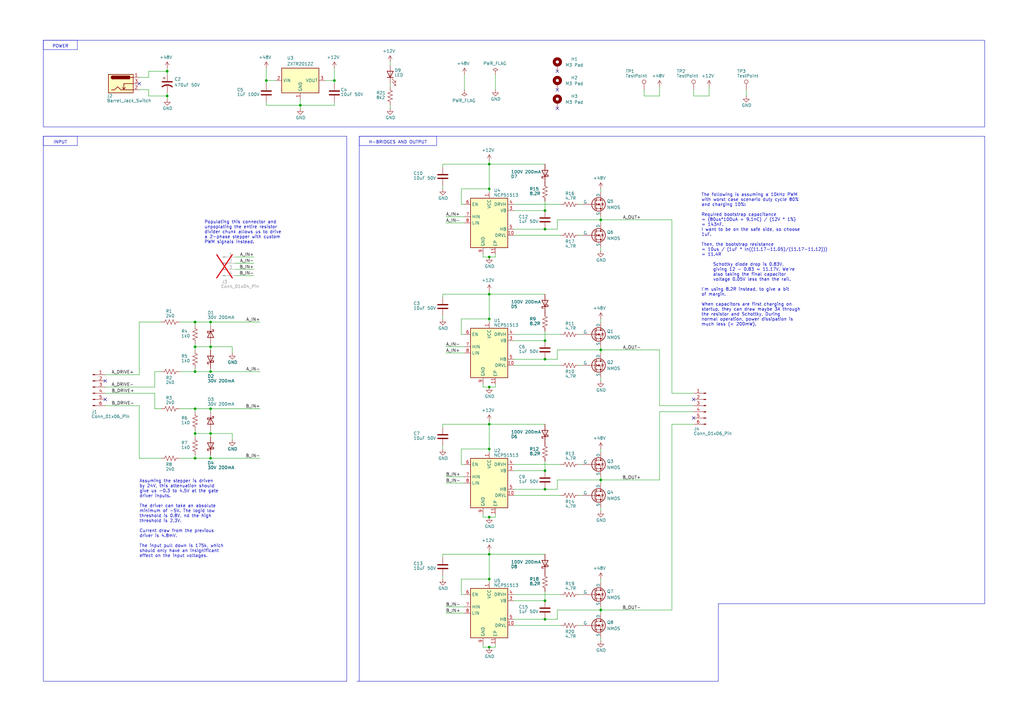
<source format=kicad_sch>
(kicad_sch (version 20250114) (generator "eeschema") (generator_version "9.0")
  (paper "A3")
  (rectangle (start 17.78 55.88) (end 142.24 279.4))
  (rectangle (start 17.78 16.51) (end 403.86 52.07))
  (rectangle (start 17.78 55.88) (end 31.75 59.69))
  (rectangle (start 147.32 55.88) (end 179.07 59.69))
  (rectangle (start 17.78 16.51) (end 31.75 20.32))
  (text "H-BRIDGES AND OUTPUT" (at 163.195 58.42 0) (effects (font (size 1.27 1.27))))
  (text "The following is assuming a 10kHz PWM\nwith worst case scenario duty cycle 80%\nand charging 10%:\n\nRequired bootstrap capacitance \n= (80us*100uA + 9.1nC) / (12V * 1%)\n= 143nF.\nI want to be on the safe side, so choose \n1uF.\n\nThen, the bootstrap resistance\n= 10us / (1uF * ln((11.17-11.05)/(11.17-11.12)))\n= 11.4R\n\n	Schottky diode drop is 0.83V, \n	giving 12 - 0.83 = 11.17V. We're \n	also taking the final capacitor\n	voltage 0.05V less than the rail.\n\nI'm using 8.2R instead, to give a bit \nof margin.\n\nWhen capacitors are first charging on\nstartup, they can draw maybe 3A through\nthe resistor and Schottky. During \nnormal operation, power dissipation is\nmuch less (< 200mW).\n\n\n" (at 287.655 108.585 0) (effects (font (size 1.27 1.27)) (justify left)))
  (text "INPUT" (at 24.765 58.42 0) (effects (font (size 1.27 1.27))))
  (text "Assuming the stepper is driven \nby 24V, this attenuation should \ngive us -0.3 to 4.5V at the gate \ndriver inputs.\n\nThe driver can take an absolute \nminimum of -5V. The logid low \nthreshold is 0.8V, nd the high \nthreshold is 2.3V.\n\nCurrent draw from the previous \ndriver is 4.8mV.\n\nThe input pull down is 175k, which \nshould only have an insignificant \neffect on the input voltages." (at 57.15 212.725 0) (effects (font (size 1.27 1.27)) (justify left)))
  (text "POWER" (at 24.765 19.05 0) (effects (font (size 1.27 1.27))))
  (text "Populating this connector and \nunpoplating the entire resistor\ndivider chunk allows us to drive \na 2-phase stepper with custom\nPWM signals instead." (at 83.82 95.25 0) (effects (font (size 1.27 1.27)) (justify left)))
  (junction (at 86.36 187.96))
  (junction (at 200.66 130.81))
  (junction (at 223.52 139.7))
  (junction (at 137.16 33.02))
  (junction (at 246.38 250.19))
  (junction (at 200.66 265.43))
  (junction (at 86.36 142.24))
  (junction (at 223.52 93.98))
  (junction (at 86.36 132.08))
  (junction (at 123.19 43.18))
  (junction (at 223.52 193.04))
  (junction (at 223.52 254))
  (junction (at 80.01 177.8))
  (junction (at 200.66 120.65))
  (junction (at 223.52 86.36))
  (junction (at 200.66 77.47))
  (junction (at 223.52 147.32))
  (junction (at 200.66 67.31))
  (junction (at 223.52 246.38))
  (junction (at 200.66 227.33))
  (junction (at 86.36 152.4))
  (junction (at 200.66 212.09))
  (junction (at 86.36 167.64))
  (junction (at 223.52 200.66))
  (junction (at 200.66 237.49))
  (junction (at 68.58 39.37))
  (junction (at 200.66 105.41))
  (junction (at 200.66 173.99))
  (junction (at 80.01 167.64))
  (junction (at 246.38 143.51))
  (junction (at 80.01 187.96))
  (junction (at 200.66 184.15))
  (junction (at 80.01 142.24))
  (junction (at 86.36 177.8))
  (junction (at 200.66 158.75))
  (junction (at 246.38 196.85))
  (junction (at 109.22 33.02))
  (junction (at 68.58 29.21))
  (junction (at 80.01 132.08))
  (junction (at 246.38 90.17))
  (junction (at 80.01 152.4))
  (no_connect (at 43.18 156.21))
  (no_connect (at 228.6 29.21))
  (no_connect (at 228.6 44.45))
  (no_connect (at 43.18 163.83))
  (no_connect (at 284.48 163.83))
  (no_connect (at 284.48 171.45))
  (no_connect (at 228.6 36.83))
  (no_connect (at 57.15 34.29))
  (wire (pts (xy 80.01 152.4) (xy 80.01 151.13)))
  (wire (pts (xy 137.16 41.91) (xy 137.16 43.18)))
  (wire (pts (xy 189.23 190.5) (xy 189.23 184.15)))
  (wire (pts (xy 80.01 132.08) (xy 80.01 133.35)))
  (wire (pts (xy 182.88 91.44) (xy 190.5 91.44)))
  (wire (pts (xy 237.49 256.54) (xy 238.76 256.54)))
  (wire (pts (xy 63.5 158.75) (xy 63.5 152.4)))
  (wire (pts (xy 223.52 227.33) (xy 200.66 227.33)))
  (wire (pts (xy 198.12 212.09) (xy 200.66 212.09)))
  (wire (pts (xy 246.38 248.92) (xy 246.38 250.19)))
  (wire (pts (xy 57.15 187.96) (xy 66.04 187.96)))
  (wire (pts (xy 210.82 86.36) (xy 223.52 86.36)))
  (wire (pts (xy 203.2 212.09) (xy 200.66 212.09)))
  (wire (pts (xy 246.38 101.6) (xy 246.38 102.87)))
  (wire (pts (xy 104.14 107.95) (xy 96.52 107.95)))
  (wire (pts (xy 228.6 147.32) (xy 223.52 147.32)))
  (wire (pts (xy 275.59 173.99) (xy 275.59 250.19)))
  (wire (pts (xy 181.61 68.58) (xy 181.61 67.31)))
  (wire (pts (xy 270.51 166.37) (xy 284.48 166.37)))
  (wire (pts (xy 200.66 66.04) (xy 200.66 67.31)))
  (wire (pts (xy 210.82 93.98) (xy 223.52 93.98)))
  (wire (pts (xy 86.36 167.64) (xy 80.01 167.64)))
  (wire (pts (xy 237.49 137.16) (xy 238.76 137.16)))
  (polyline (pts (xy 294.64 247.65) (xy 403.86 247.65)))
  (wire (pts (xy 246.38 90.17) (xy 275.59 90.17)))
  (wire (pts (xy 270.51 166.37) (xy 270.51 143.51)))
  (wire (pts (xy 43.18 166.37) (xy 57.15 166.37)))
  (wire (pts (xy 198.12 265.43) (xy 200.66 265.43)))
  (wire (pts (xy 275.59 161.29) (xy 284.48 161.29)))
  (wire (pts (xy 181.61 67.31) (xy 200.66 67.31)))
  (wire (pts (xy 284.48 39.37) (xy 290.83 39.37)))
  (wire (pts (xy 160.02 25.4) (xy 160.02 26.67)))
  (wire (pts (xy 223.52 173.99) (xy 200.66 173.99)))
  (wire (pts (xy 190.5 190.5) (xy 189.23 190.5)))
  (polyline (pts (xy 146.304 279.4) (xy 294.64 279.4)))
  (wire (pts (xy 181.61 228.6) (xy 181.61 227.33)))
  (wire (pts (xy 198.12 264.16) (xy 198.12 265.43)))
  (wire (pts (xy 210.82 243.84) (xy 229.87 243.84)))
  (wire (pts (xy 73.66 187.96) (xy 80.01 187.96)))
  (wire (pts (xy 223.52 189.23) (xy 223.52 193.04)))
  (wire (pts (xy 228.6 90.17) (xy 228.6 93.98)))
  (wire (pts (xy 43.18 158.75) (xy 63.5 158.75)))
  (wire (pts (xy 60.96 31.75) (xy 57.15 31.75)))
  (wire (pts (xy 200.66 184.15) (xy 200.66 185.42)))
  (wire (pts (xy 182.88 195.58) (xy 190.5 195.58)))
  (wire (pts (xy 203.2 265.43) (xy 200.66 265.43)))
  (wire (pts (xy 237.49 149.86) (xy 238.76 149.86)))
  (wire (pts (xy 237.49 83.82) (xy 238.76 83.82)))
  (wire (pts (xy 86.36 142.24) (xy 86.36 143.51)))
  (wire (pts (xy 189.23 130.81) (xy 200.66 130.81)))
  (wire (pts (xy 223.52 67.31) (xy 200.66 67.31)))
  (wire (pts (xy 200.66 172.72) (xy 200.66 173.99)))
  (wire (pts (xy 80.01 177.8) (xy 80.01 179.07)))
  (wire (pts (xy 181.61 129.54) (xy 181.61 130.81)))
  (wire (pts (xy 73.66 132.08) (xy 80.01 132.08)))
  (wire (pts (xy 189.23 184.15) (xy 200.66 184.15)))
  (wire (pts (xy 86.36 187.96) (xy 80.01 187.96)))
  (wire (pts (xy 210.82 139.7) (xy 223.52 139.7)))
  (wire (pts (xy 181.61 236.22) (xy 181.61 237.49)))
  (wire (pts (xy 95.25 177.8) (xy 95.25 180.34)))
  (wire (pts (xy 160.02 34.29) (xy 160.02 35.56)))
  (wire (pts (xy 63.5 152.4) (xy 66.04 152.4)))
  (wire (pts (xy 123.19 43.18) (xy 137.16 43.18)))
  (wire (pts (xy 237.49 96.52) (xy 238.76 96.52)))
  (wire (pts (xy 80.01 177.8) (xy 86.36 177.8)))
  (wire (pts (xy 182.88 198.12) (xy 190.5 198.12)))
  (wire (pts (xy 228.6 254) (xy 223.52 254)))
  (wire (pts (xy 181.61 120.65) (xy 200.66 120.65)))
  (wire (pts (xy 228.6 90.17) (xy 246.38 90.17)))
  (polyline (pts (xy 403.86 247.65) (xy 403.86 55.88)))
  (wire (pts (xy 109.22 33.02) (xy 109.22 34.29)))
  (wire (pts (xy 228.6 250.19) (xy 228.6 254)))
  (wire (pts (xy 104.14 113.03) (xy 96.52 113.03)))
  (wire (pts (xy 57.15 36.83) (xy 60.96 36.83)))
  (wire (pts (xy 210.82 83.82) (xy 229.87 83.82)))
  (wire (pts (xy 189.23 77.47) (xy 200.66 77.47)))
  (wire (pts (xy 198.12 157.48) (xy 198.12 158.75)))
  (wire (pts (xy 246.38 261.62) (xy 246.38 262.89)))
  (wire (pts (xy 270.51 35.56) (xy 270.51 39.37)))
  (wire (pts (xy 237.49 203.2) (xy 238.76 203.2)))
  (wire (pts (xy 200.66 77.47) (xy 200.66 78.74)))
  (wire (pts (xy 60.96 36.83) (xy 60.96 39.37)))
  (wire (pts (xy 198.12 105.41) (xy 200.66 105.41)))
  (wire (pts (xy 137.16 27.94) (xy 137.16 33.02)))
  (wire (pts (xy 68.58 30.48) (xy 68.58 29.21)))
  (wire (pts (xy 190.5 137.16) (xy 189.23 137.16)))
  (wire (pts (xy 246.38 143.51) (xy 246.38 144.78)))
  (wire (pts (xy 60.96 29.21) (xy 68.58 29.21)))
  (wire (pts (xy 210.82 137.16) (xy 229.87 137.16)))
  (wire (pts (xy 63.5 161.29) (xy 63.5 167.64)))
  (wire (pts (xy 86.36 140.97) (xy 86.36 142.24)))
  (wire (pts (xy 228.6 143.51) (xy 246.38 143.51)))
  (wire (pts (xy 284.48 36.83) (xy 284.48 39.37)))
  (wire (pts (xy 246.38 90.17) (xy 246.38 91.44)))
  (wire (pts (xy 210.82 246.38) (xy 223.52 246.38)))
  (wire (pts (xy 246.38 195.58) (xy 246.38 196.85)))
  (wire (pts (xy 181.61 182.88) (xy 181.61 184.15)))
  (wire (pts (xy 123.19 40.64) (xy 123.19 43.18)))
  (wire (pts (xy 86.36 176.53) (xy 86.36 177.8)))
  (wire (pts (xy 182.88 144.78) (xy 190.5 144.78)))
  (wire (pts (xy 86.36 152.4) (xy 80.01 152.4)))
  (wire (pts (xy 246.38 154.94) (xy 246.38 156.21)))
  (wire (pts (xy 237.49 190.5) (xy 238.76 190.5)))
  (wire (pts (xy 210.82 149.86) (xy 229.87 149.86)))
  (wire (pts (xy 182.88 251.46) (xy 190.5 251.46)))
  (wire (pts (xy 203.2 30.48) (xy 203.2 36.83)))
  (wire (pts (xy 246.38 130.81) (xy 246.38 132.08)))
  (wire (pts (xy 57.15 166.37) (xy 57.15 187.96)))
  (wire (pts (xy 246.38 184.15) (xy 246.38 185.42)))
  (wire (pts (xy 306.07 36.83) (xy 306.07 39.37)))
  (wire (pts (xy 86.36 132.08) (xy 80.01 132.08)))
  (wire (pts (xy 189.23 83.82) (xy 189.23 77.47)))
  (wire (pts (xy 210.82 193.04) (xy 223.52 193.04)))
  (wire (pts (xy 189.23 237.49) (xy 200.66 237.49)))
  (wire (pts (xy 182.88 88.9) (xy 190.5 88.9)))
  (wire (pts (xy 86.36 132.08) (xy 106.68 132.08)))
  (wire (pts (xy 246.38 250.19) (xy 246.38 251.46)))
  (wire (pts (xy 264.16 36.83) (xy 264.16 39.37)))
  (wire (pts (xy 198.12 210.82) (xy 198.12 212.09)))
  (wire (pts (xy 181.61 175.26) (xy 181.61 173.99)))
  (wire (pts (xy 123.19 44.45) (xy 123.19 43.18)))
  (wire (pts (xy 210.82 256.54) (xy 229.87 256.54)))
  (wire (pts (xy 275.59 173.99) (xy 284.48 173.99)))
  (wire (pts (xy 181.61 173.99) (xy 200.66 173.99)))
  (wire (pts (xy 86.36 151.13) (xy 86.36 152.4)))
  (wire (pts (xy 181.61 76.2) (xy 181.61 77.47)))
  (wire (pts (xy 210.82 96.52) (xy 229.87 96.52)))
  (wire (pts (xy 86.36 167.64) (xy 106.68 167.64)))
  (wire (pts (xy 190.5 30.48) (xy 190.5 36.83)))
  (wire (pts (xy 80.01 142.24) (xy 80.01 143.51)))
  (wire (pts (xy 246.38 196.85) (xy 270.51 196.85)))
  (wire (pts (xy 63.5 167.64) (xy 66.04 167.64)))
  (wire (pts (xy 203.2 157.48) (xy 203.2 158.75)))
  (wire (pts (xy 200.66 120.65) (xy 200.66 130.81)))
  (wire (pts (xy 246.38 208.28) (xy 246.38 209.55)))
  (wire (pts (xy 68.58 38.1) (xy 68.58 39.37)))
  (wire (pts (xy 109.22 41.91) (xy 109.22 43.18)))
  (polyline (pts (xy 294.64 279.4) (xy 294.64 247.65)))
  (wire (pts (xy 200.66 226.06) (xy 200.66 227.33)))
  (wire (pts (xy 73.66 152.4) (xy 80.01 152.4)))
  (wire (pts (xy 109.22 43.18) (xy 123.19 43.18)))
  (wire (pts (xy 203.2 210.82) (xy 203.2 212.09)))
  (wire (pts (xy 86.36 177.8) (xy 86.36 179.07)))
  (wire (pts (xy 228.6 200.66) (xy 223.52 200.66)))
  (wire (pts (xy 86.36 177.8) (xy 95.25 177.8)))
  (wire (pts (xy 86.36 133.35) (xy 86.36 132.08)))
  (wire (pts (xy 80.01 176.53) (xy 80.01 177.8)))
  (wire (pts (xy 109.22 33.02) (xy 113.03 33.02)))
  (wire (pts (xy 210.82 190.5) (xy 229.87 190.5)))
  (wire (pts (xy 57.15 132.08) (xy 66.04 132.08)))
  (wire (pts (xy 86.36 186.69) (xy 86.36 187.96)))
  (wire (pts (xy 223.52 120.65) (xy 200.66 120.65)))
  (wire (pts (xy 228.6 93.98) (xy 223.52 93.98)))
  (wire (pts (xy 228.6 196.85) (xy 228.6 200.66)))
  (wire (pts (xy 246.38 77.47) (xy 246.38 78.74)))
  (wire (pts (xy 95.25 142.24) (xy 95.25 144.78)))
  (wire (pts (xy 275.59 161.29) (xy 275.59 90.17)))
  (wire (pts (xy 137.16 33.02) (xy 133.35 33.02)))
  (wire (pts (xy 43.18 153.67) (xy 57.15 153.67)))
  (wire (pts (xy 190.5 83.82) (xy 189.23 83.82)))
  (wire (pts (xy 181.61 121.92) (xy 181.61 120.65)))
  (wire (pts (xy 228.6 196.85) (xy 246.38 196.85)))
  (wire (pts (xy 73.66 167.64) (xy 80.01 167.64)))
  (wire (pts (xy 104.14 105.41) (xy 96.52 105.41)))
  (wire (pts (xy 290.83 35.56) (xy 290.83 39.37)))
  (wire (pts (xy 228.6 143.51) (xy 228.6 147.32)))
  (wire (pts (xy 210.82 147.32) (xy 223.52 147.32)))
  (wire (pts (xy 189.23 137.16) (xy 189.23 130.81)))
  (wire (pts (xy 181.61 227.33) (xy 200.66 227.33)))
  (wire (pts (xy 182.88 142.24) (xy 190.5 142.24)))
  (wire (pts (xy 200.66 119.38) (xy 200.66 120.65)))
  (wire (pts (xy 237.49 243.84) (xy 238.76 243.84)))
  (wire (pts (xy 246.38 196.85) (xy 246.38 198.12)))
  (polyline (pts (xy 147.32 55.88) (xy 403.86 55.88)))
  (wire (pts (xy 109.22 27.94) (xy 109.22 33.02)))
  (wire (pts (xy 210.82 200.66) (xy 223.52 200.66)))
  (wire (pts (xy 203.2 158.75) (xy 200.66 158.75)))
  (wire (pts (xy 200.66 227.33) (xy 200.66 237.49)))
  (wire (pts (xy 264.16 39.37) (xy 270.51 39.37)))
  (wire (pts (xy 80.01 167.64) (xy 80.01 168.91)))
  (wire (pts (xy 210.82 254) (xy 223.52 254)))
  (wire (pts (xy 246.38 142.24) (xy 246.38 143.51)))
  (wire (pts (xy 86.36 142.24) (xy 95.25 142.24)))
  (wire (pts (xy 200.66 67.31) (xy 200.66 77.47)))
  (wire (pts (xy 210.82 203.2) (xy 229.87 203.2)))
  (wire (pts (xy 43.18 161.29) (xy 63.5 161.29)))
  (wire (pts (xy 246.38 88.9) (xy 246.38 90.17)))
  (wire (pts (xy 198.12 158.75) (xy 200.66 158.75)))
  (wire (pts (xy 198.12 104.14) (xy 198.12 105.41)))
  (wire (pts (xy 57.15 153.67) (xy 57.15 132.08)))
  (wire (pts (xy 68.58 27.94) (xy 68.58 29.21)))
  (wire (pts (xy 223.52 242.57) (xy 223.52 246.38)))
  (wire (pts (xy 190.5 243.84) (xy 189.23 243.84)))
  (wire (pts (xy 203.2 105.41) (xy 200.66 105.41)))
  (wire (pts (xy 246.38 237.49) (xy 246.38 238.76)))
  (wire (pts (xy 160.02 44.45) (xy 160.02 43.18)))
  (wire (pts (xy 200.66 173.99) (xy 200.66 184.15)))
  (wire (pts (xy 203.2 104.14) (xy 203.2 105.41)))
  (wire (pts (xy 86.36 168.91) (xy 86.36 167.64)))
  (wire (pts (xy 223.52 135.89) (xy 223.52 139.7)))
  (wire (pts (xy 60.96 39.37) (xy 68.58 39.37)))
  (wire (pts (xy 270.51 168.91) (xy 284.48 168.91)))
  (wire (pts (xy 270.51 168.91) (xy 270.51 196.85)))
  (wire (pts (xy 60.96 29.21) (xy 60.96 31.75)))
  (wire (pts (xy 182.88 248.92) (xy 190.5 248.92)))
  (wire (pts (xy 223.52 82.55) (xy 223.52 86.36)))
  (wire (pts (xy 189.23 243.84) (xy 189.23 237.49)))
  (wire (pts (xy 200.66 237.49) (xy 200.66 238.76)))
  (wire (pts (xy 137.16 33.02) (xy 137.16 34.29)))
  (wire (pts (xy 200.66 130.81) (xy 200.66 132.08)))
  (wire (pts (xy 104.14 110.49) (xy 96.52 110.49)))
  (wire (pts (xy 80.01 187.96) (xy 80.01 186.69)))
  (wire (pts (xy 86.36 187.96) (xy 106.68 187.96)))
  (wire (pts (xy 228.6 250.19) (xy 246.38 250.19)))
  (wire (pts (xy 203.2 264.16) (xy 203.2 265.43)))
  (polyline (pts (xy 147.32 55.88) (xy 147.32 279.4)))
  (wire (pts (xy 246.38 250.19) (xy 275.59 250.19)))
  (wire (pts (xy 246.38 143.51) (xy 270.51 143.51)))
  (wire (pts (xy 86.36 152.4) (xy 106.68 152.4)))
  (wire (pts (xy 68.58 40.64) (xy 68.58 39.37)))
  (wire (pts (xy 80.01 142.24) (xy 86.36 142.24)))
  (wire (pts (xy 80.01 140.97) (xy 80.01 142.24)))
  (label "A_IN+" (at 182.88 144.78 0))
  (label "B_IN-" (at 182.88 248.92 0))
  (label "B_IN+" (at 106.68 167.64 180))
  (label "A_OUT+" (at 262.89 90.17 180))
  (label "A_OUT-" (at 262.89 143.51 180))
  (label "B_IN+" (at 104.14 110.49 180))
  (label "A_IN-" (at 182.88 91.44 0))
  (label "A_IN+" (at 182.88 88.9 0))
  (label "B_IN+" (at 182.88 251.46 0))
  (label "A_IN-" (at 106.68 152.4 180))
  (label "A_DRIVE+" (at 45.72 153.67 0))
  (label "B_DRIVE-" (at 45.72 166.37 0))
  (label "B_IN-" (at 104.14 113.03 180))
  (label "B_DRIVE+" (at 45.72 161.29 0))
  (label "B_OUT-" (at 262.89 250.19 180))
  (label "A_IN+" (at 106.68 132.08 180))
  (label "B_IN-" (at 106.68 187.96 180))
  (label "A_IN-" (at 104.14 107.95 180))
  (label "B_IN+" (at 182.88 195.58 0))
  (label "A_IN+" (at 104.14 105.41 180))
  (label "A_IN-" (at 182.88 142.24 0))
  (label "A_DRIVE-" (at 45.72 158.75 0))
  (label "B_OUT+" (at 262.89 196.85 180))
  (label "B_IN-" (at 182.88 198.12 0))
  (symbol (lib_id "Device:R_US") (at 233.68 190.5 270) (unit 1)
    (property "Reference" "R13" (at 231.775 186.055 90) (effects (justify left)))
    (property "Value" "4.7R" (at 231.775 187.96 90) (effects (justify left)))
    (property "Footprint" "Resistor_SMD:R_0805_2012Metric" (effects (hide yes)))
    (property "Description" "Resistor, US symbol" (effects (hide yes)))
    (property "Link" "https://www.digikey.ca/en/products/detail/panasonic-electronic-components/ERJ-P06J4R7V/9812036" (effects (hide yes)))
  )
  (symbol (lib_id "Device:C") (at 181.61 179.07 0) (unit 1)
    (property "Reference" "C7" (at 169.545 177.8 0) (effects (justify left)))
    (property "Value" "10uF 50V" (at 169.545 179.705 0) (effects (justify left)))
    (property "Footprint" "Capacitor_SMD:C_0805_2012Metric" (effects (hide yes)))
    (property "Description" "Unpolarized capacitor" (effects (hide yes)))
    (property "Link" "https://www.digikey.ca/en/products/detail/murata-electronics/GRM21BR61H106KE43L/10326316" (effects (hide yes)))
  )
  (symbol (lib_id "power:GND") (at 95.25 180.34 0) (unit 1)
    (property "Reference" "#PWR05" (effects (hide yes)))
    (property "Value" "GND" (at 93.345 184.15 0) (effects (justify left)))
    (property "Description" "Power symbol creates a global label with name \"GND\" , ground" (effects (hide yes)))
  )
  (symbol (lib_id "power:GND") (at 181.61 237.49 0) (unit 1)
    (property "Reference" "#PWR028" (effects (hide yes)))
    (property "Value" "GND" (at 179.705 241.3 0) (effects (justify left)))
    (property "Description" "Power symbol creates a global label with name \"GND\" , ground" (effects (hide yes)))
  )
  (symbol (lib_id "Connector:TestPoint") (at 306.07 36.83 0) (unit 1)
    (property "Reference" "TP3" (at 302.26 29.21 0) (effects (justify left)))
    (property "Value" "TestPoint" (at 302.26 31.115 0) (effects (justify left)))
    (property "Footprint" "TestPoint:TestPoint_Pad_D1.0mm" (effects (hide yes)))
    (property "Description" "test point" (effects (hide yes)))
  )
  (symbol (lib_id "power:+12V") (at 137.16 27.94 0) (unit 1)
    (property "Reference" "#PWR014" (effects (hide yes)))
    (property "Value" "+12V" (at 133.985 23.495 0) (effects (justify left)))
    (property "Description" "Power symbol creates a global label with name \"+12V\"" (effects (hide yes)))
  )
  (symbol (lib_id "Connector:TestPoint") (at 264.16 36.83 0) (unit 1)
    (property "Reference" "TP1" (at 256.54 29.21 0) (effects (justify left)))
    (property "Value" "TestPoint" (at 256.54 31.115 0) (effects (justify left)))
    (property "Footprint" "TestPoint:TestPoint_Pad_D1.0mm" (effects (hide yes)))
    (property "Description" "test point" (effects (hide yes)))
  )
  (symbol (lib_id "power:PWR_FLAG") (at 190.5 36.83 180) (unit 1)
    (property "Reference" "#FLG01" (effects (hide yes)))
    (property "Value" "PWR_FLAG" (at 185.42 41.275 0) (effects (justify right)))
    (property "Description" "Special symbol for telling ERC where power comes from" (effects (hide yes)))
  )
  (symbol (lib_id "power:+48V") (at 246.38 237.49 0) (unit 1)
    (property "Reference" "#PWR027" (effects (hide yes)))
    (property "Value" "+48V" (at 243.205 233.045 0) (effects (justify left)))
    (property "Description" "Power symbol creates a global label with name \"+48V\"" (effects (hide yes)))
  )
  (symbol (lib_id "Device:R_US") (at 69.85 187.96 270) (unit 1)
    (property "Reference" "R8" (at 67.945 190.5 90) (effects (justify left)))
    (property "Value" "2k0" (at 67.945 192.405 90) (effects (justify left)))
    (property "Footprint" "Resistor_SMD:R_0603_1608Metric" (effects (hide yes)))
    (property "Description" "Resistor, US symbol" (effects (hide yes)))
    (property "Link" "https://www.digikey.ca/en/products/detail/stackpole-electronics-inc/RNCP0603FTD2K00/2240114" (effects (hide yes)))
  )
  (symbol (lib_name "NCP51513_1") (lib_id "_custom_library:NCP51513") (at 200.66 144.78 0) (unit 1)
    (property "Reference" "U1" (at 202.565 131.445 0) (effects (justify left)))
    (property "Value" "NCP51513" (at 202.565 133.35 0) (effects (justify left)))
    (property "Footprint" "Package_DFN_QFN:DFN-10-1EP_3x3mm_P0.5mm_EP1.7x2.5mm" (effects (hide yes)))
    (property "Datasheet" "https://www.onsemi.com/pdf/datasheet/ncp51513-d.pdf" (effects (hide yes)))
    (property "Description" "Half-Bridge Gate Driver IC Inverting, Non-Inverting 10-DFN (3x3)" (effects (hide yes)))
    (property "Link" "https://www.digikey.ca/en/products/detail/onsemi/NCP51513ABMNTWG/16528620" (effects (hide yes)))
  )
  (symbol (lib_id "power:GND") (at 160.02 44.45 0) (unit 1)
    (property "Reference" "#PWR031" (effects (hide yes)))
    (property "Value" "GND" (at 158.115 48.26 0) (effects (justify left)))
    (property "Description" "Power symbol creates a global label with name \"GND\" , ground" (effects (hide yes)))
  )
  (symbol (lib_id "power:+48V") (at 246.38 184.15 0) (unit 1)
    (property "Reference" "#PWR017" (effects (hide yes)))
    (property "Value" "+48V" (at 243.205 179.705 0) (effects (justify left)))
    (property "Description" "Power symbol creates a global label with name \"+48V\"" (effects (hide yes)))
  )
  (symbol (lib_id "Device:R_US") (at 160.02 39.37 0) (unit 1)
    (property "Reference" "R21" (at 154.305 38.1 0) (effects (justify left)))
    (property "Value" "8k2" (at 154.305 40.005 0) (effects (justify left)))
    (property "Footprint" "Resistor_SMD:R_0603_1608Metric" (effects (hide yes)))
    (property "Description" "Resistor, US symbol" (effects (hide yes)))
    (property "Link" "https://www.digikey.ca/en/products/detail/panasonic-electronic-components/ERJ-3EKF8201V/1746448" (effects (hide yes)))
  )
  (symbol (lib_id "Mechanical:MountingHole_Pad") (at 228.6 41.91 0) (unit 1) (in_bom no)
    (property "Reference" "H3" (at 235.585 39.4857 0))
    (property "Value" "M3 Pad" (at 235.585 41.91 0))
    (property "Footprint" "MountingHole:MountingHole_3.2mm_M3_Pad" (effects (hide yes)))
    (property "Description" "Mounting Hole with connection" (effects (hide yes)))
  )
  (symbol (lib_id "power:+48V") (at 270.51 35.56 0) (unit 1)
    (property "Reference" "#PWR02" (effects (hide yes)))
    (property "Value" "+48V" (at 267.335 31.115 0) (effects (justify left)))
    (property "Description" "Power symbol creates a global label with name \"+48V\"" (effects (hide yes)))
  )
  (symbol (lib_id "Device:C") (at 223.52 90.17 0) (unit 1)
    (property "Reference" "C12" (at 212.725 88.9 0) (effects (justify left)))
    (property "Value" "1uF 50V" (at 212.725 90.805 0) (effects (justify left)))
    (property "Footprint" "Capacitor_SMD:C_0805_2012Metric" (effects (hide yes)))
    (property "Description" "Unpolarized capacitor" (effects (hide yes)))
    (property "Link" "https://www.digikey.ca/en/products/detail/murata-electronics/GRJ21BC72A105KE11L/5321010" (effects (hide yes)))
  )
  (symbol (lib_id "Simulation_SPICE:NMOS") (at 243.84 190.5 0) (unit 1)
    (property "Reference" "Q3" (at 248.92 189.23 0) (effects (justify left)))
    (property "Value" "NMOS" (at 248.92 191.77 0) (effects (justify left)))
    (property "Footprint" "_custom_library: PG-TSDSON-8_3.8x2.29_Pitch0.65mm" (effects (hide yes)))
    (property "Datasheet" "https://ngspice.sourceforge.io/docs/ngspice-html-manual/manual.xhtml#cha_MOSFETs" (effects (hide yes)))
    (property "Description" "N-MOSFET transistor, drain/source/gate" (effects (hide yes)))
    (property "Sim.Device" "NMOS" (effects (hide yes)))
    (property "Sim.Type" "VDMOS" (effects (hide yes)))
    (property "Sim.Pins" "1=D 2=G 3=S" (effects (hide yes)))
    (property "Link" "https://www.digikey.ca/en/products/detail/infineon-technologies/BSZ340N08NS3GATMA1/1936396" (effects (hide yes)))
  )
  (symbol (lib_id "power:GND") (at 181.61 130.81 0) (unit 1)
    (property "Reference" "#PWR07" (effects (hide yes)))
    (property "Value" "GND" (at 179.705 134.62 0) (effects (justify left)))
    (property "Description" "Power symbol creates a global label with name \"GND\" , ground" (effects (hide yes)))
  )
  (symbol (lib_id "Device:R_US") (at 223.52 185.42 180) (unit 1)
    (property "Reference" "R12" (at 217.17 184.15 0) (effects (justify right)))
    (property "Value" "8.2R" (at 217.17 186.055 0) (effects (justify right)))
    (property "Footprint" "Resistor_SMD:R_0603_1608Metric" (effects (hide yes)))
    (property "Description" "Resistor, US symbol" (effects (hide yes)))
    (property "Link" "https://www.digikey.ca/en/products/detail/panasonic-electronic-components/ERJ-3BQF8R2V/5647424" (effects (hide yes)))
  )
  (symbol (lib_name "NCP51513_1") (lib_id "_custom_library:NCP51513") (at 200.66 251.46 0) (unit 1)
    (property "Reference" "U5" (at 202.565 238.125 0) (effects (justify left)))
    (property "Value" "NCP51513" (at 202.565 240.03 0) (effects (justify left)))
    (property "Footprint" "Package_DFN_QFN:DFN-10-1EP_3x3mm_P0.5mm_EP1.7x2.5mm" (effects (hide yes)))
    (property "Datasheet" "https://www.onsemi.com/pdf/datasheet/ncp51513-d.pdf" (effects (hide yes)))
    (property "Description" "Half-Bridge Gate Driver IC Inverting, Non-Inverting 10-DFN (3x3)" (effects (hide yes)))
    (property "Link" "https://www.digikey.ca/en/products/detail/onsemi/NCP51513ABMNTWG/16528620" (effects (hide yes)))
  )
  (symbol (lib_id "Device:R_US") (at 80.01 137.16 0) (unit 1)
    (property "Reference" "R4" (at 74.295 135.89 0) (effects (justify left)))
    (property "Value" "1k0" (at 74.295 137.795 0) (effects (justify left)))
    (property "Footprint" "Resistor_SMD:R_0603_1608Metric" (effects (hide yes)))
    (property "Description" "Resistor, US symbol" (effects (hide yes)))
    (property "Link" "https://www.digikey.ca/en/products/detail/stackpole-electronics-inc/RNCP0603FTD1K00/2240106" (effects (hide yes)))
  )
  (symbol (lib_id "power:+48V") (at 68.58 27.94 0) (unit 1)
    (property "Reference" "#PWR010" (effects (hide yes)))
    (property "Value" "+48V" (at 65.405 23.495 0) (effects (justify left)))
    (property "Description" "Power symbol creates a global label with name \"+48V\"" (effects (hide yes)))
  )
  (symbol (lib_name "NCP51513_1") (lib_id "_custom_library:NCP51513") (at 200.66 198.12 0) (unit 1)
    (property "Reference" "U2" (at 202.565 184.785 0) (effects (justify left)))
    (property "Value" "NCP51513" (at 202.565 186.69 0) (effects (justify left)))
    (property "Footprint" "Package_DFN_QFN:DFN-10-1EP_3x3mm_P0.5mm_EP1.7x2.5mm" (effects (hide yes)))
    (property "Datasheet" "https://www.onsemi.com/pdf/datasheet/ncp51513-d.pdf" (effects (hide yes)))
    (property "Description" "Half-Bridge Gate Driver IC Inverting, Non-Inverting 10-DFN (3x3)" (effects (hide yes)))
    (property "Link" "https://www.digikey.ca/en/products/detail/onsemi/NCP51513ABMNTWG/16528620" (effects (hide yes)))
  )
  (symbol (lib_id "Connector:Conn_01x04_Pin") (at 91.44 107.95 0) (unit 1) (dnp yes)
    (property "Reference" "J3" (at 92.075 115.57 0))
    (property "Value" "Conn_01x04_Pin" (at 98.425 117.475 0))
    (property "Footprint" "Connector_JST:JST_XH_B4B-XH-A_1x04_P2.50mm_Vertical" (effects (hide yes)))
    (property "Description" "Generic connector, single row, 01x04, script generated" (effects (hide yes)))
    (property "Link" "https://www.digikey.ca/en/products/detail/jst-sales-america-inc/B4B-XH-A/1651047" (effects (hide yes)))
  )
  (symbol (lib_id "Connector:TestPoint") (at 284.48 36.83 0) (unit 1)
    (property "Reference" "TP2" (at 277.495 29.21 0) (effects (justify left)))
    (property "Value" "TestPoint" (at 277.495 31.115 0) (effects (justify left)))
    (property "Footprint" "TestPoint:TestPoint_Pad_D1.0mm" (effects (hide yes)))
    (property "Description" "test point" (effects (hide yes)))
  )
  (symbol (lib_id "Device:C_Polarized_US") (at 68.58 34.29 0) (unit 1)
    (property "Reference" "C2" (at 71.501 32.4428 0) (effects (justify left)))
    (property "Value" "470uF 50V" (at 71.501 34.8671 0) (effects (justify left)))
    (property "Footprint" "Capacitor_THT:CP_Radial_D10.0mm_P5.00mm" (effects (hide yes)))
    (property "Description" "Polarized capacitor, US symbol" (effects (hide yes)))
    (property "Link" "https://www.digikey.ca/en/products/detail/panasonic-electronic-components/ECA-1HM471B/268485" (effects (hide yes)))
  )
  (symbol (lib_name "NCP51513_1") (lib_id "_custom_library:NCP51513") (at 200.66 91.44 0) (unit 1)
    (property "Reference" "U4" (at 202.565 78.105 0) (effects (justify left)))
    (property "Value" "NCP51513" (at 202.565 80.01 0) (effects (justify left)))
    (property "Footprint" "Package_DFN_QFN:DFN-10-1EP_3x3mm_P0.5mm_EP1.7x2.5mm" (effects (hide yes)))
    (property "Datasheet" "https://www.onsemi.com/pdf/datasheet/ncp51513-d.pdf" (effects (hide yes)))
    (property "Description" "Half-Bridge Gate Driver IC Inverting, Non-Inverting 10-DFN (3x3)" (effects (hide yes)))
    (property "Link" "https://www.digikey.ca/en/products/detail/onsemi/NCP51513ABMNTWG/16528620" (effects (hide yes)))
  )
  (symbol (lib_id "Device:R_US") (at 80.01 182.88 0) (unit 1)
    (property "Reference" "R7" (at 74.295 181.61 0) (effects (justify left)))
    (property "Value" "1k0" (at 74.295 183.515 0) (effects (justify left)))
    (property "Footprint" "Resistor_SMD:R_0603_1608Metric" (effects (hide yes)))
    (property "Description" "Resistor, US symbol" (effects (hide yes)))
    (property "Link" "https://www.digikey.ca/en/products/detail/stackpole-electronics-inc/RNCP0603FTD1K00/2240106" (effects (hide yes)))
  )
  (symbol (lib_id "power:GND") (at 200.66 105.41 0) (unit 1)
    (property "Reference" "#PWR025" (effects (hide yes)))
    (property "Value" "GND" (at 198.755 109.22 0) (effects (justify left)))
    (property "Description" "Power symbol creates a global label with name \"GND\" , ground" (effects (hide yes)))
  )
  (symbol (lib_id "Device:R_US") (at 223.52 78.74 180) (unit 1)
    (property "Reference" "R15" (at 217.17 77.47 0) (effects (justify right)))
    (property "Value" "8.2R" (at 217.17 79.375 0) (effects (justify right)))
    (property "Footprint" "Resistor_SMD:R_0603_1608Metric" (effects (hide yes)))
    (property "Description" "Resistor, US symbol" (effects (hide yes)))
    (property "Link" "https://www.digikey.ca/en/products/detail/panasonic-electronic-components/ERJ-3BQF8R2V/5647424" (effects (hide yes)))
  )
  (symbol (lib_id "Mechanical:MountingHole_Pad") (at 228.6 26.67 0) (unit 1) (in_bom no)
    (property "Reference" "H1" (at 235.585 24.2457 0))
    (property "Value" "M3 Pad" (at 235.585 26.67 0))
    (property "Footprint" "MountingHole:MountingHole_3.2mm_M3_Pad" (effects (hide yes)))
    (property "Description" "Mounting Hole with connection" (effects (hide yes)))
  )
  (symbol (lib_id "Simulation_SPICE:NMOS") (at 243.84 96.52 0) (unit 1)
    (property "Reference" "Q6" (at 248.92 95.25 0) (effects (justify left)))
    (property "Value" "NMOS" (at 248.92 97.79 0) (effects (justify left)))
    (property "Footprint" "_custom_library: PG-TSDSON-8_3.8x2.29_Pitch0.65mm" (effects (hide yes)))
    (property "Datasheet" "https://ngspice.sourceforge.io/docs/ngspice-html-manual/manual.xhtml#cha_MOSFETs" (effects (hide yes)))
    (property "Description" "N-MOSFET transistor, drain/source/gate" (effects (hide yes)))
    (property "Sim.Device" "NMOS" (effects (hide yes)))
    (property "Sim.Type" "VDMOS" (effects (hide yes)))
    (property "Sim.Pins" "1=D 2=G 3=S" (effects (hide yes)))
    (property "Link" "https://www.digikey.ca/en/products/detail/infineon-technologies/BSZ340N08NS3GATMA1/1936396" (effects (hide yes)))
  )
  (symbol (lib_id "power:+48V") (at 109.22 27.94 0) (unit 1)
    (property "Reference" "#PWR013" (effects (hide yes)))
    (property "Value" "+48V" (at 106.045 23.495 0) (effects (justify left)))
    (property "Description" "Power symbol creates a global label with name \"+48V\"" (effects (hide yes)))
  )
  (symbol (lib_id "power:+12V") (at 290.83 35.56 0) (unit 1)
    (property "Reference" "#PWR033" (effects (hide yes)))
    (property "Value" "+12V" (at 287.655 31.115 0) (effects (justify left)))
    (property "Description" "Power symbol creates a global label with name \"+12V\"" (effects (hide yes)))
  )
  (symbol (lib_id "Mechanical:MountingHole_Pad") (at 228.6 34.29 0) (unit 1) (in_bom no)
    (property "Reference" "H2" (at 235.585 31.8657 0))
    (property "Value" "M3 Pad" (at 235.585 34.29 0))
    (property "Footprint" "MountingHole:MountingHole_3.2mm_M3_Pad" (effects (hide yes)))
    (property "Description" "Mounting Hole with connection" (effects (hide yes)))
  )
  (symbol (lib_id "Device:R_US") (at 69.85 167.64 270) (unit 1)
    (property "Reference" "R3" (at 67.945 163.195 90) (effects (justify left)))
    (property "Value" "2k0" (at 67.945 165.1 90) (effects (justify left)))
    (property "Footprint" "Resistor_SMD:R_0603_1608Metric" (effects (hide yes)))
    (property "Description" "Resistor, US symbol" (effects (hide yes)))
    (property "Link" "https://www.digikey.ca/en/products/detail/stackpole-electronics-inc/RNCP0603FTD2K00/2240114" (effects (hide yes)))
  )
  (symbol (lib_id "power:GND") (at 95.25 144.78 0) (unit 1)
    (property "Reference" "#PWR04" (effects (hide yes)))
    (property "Value" "GND" (at 93.345 148.59 0) (effects (justify left)))
    (property "Description" "Power symbol creates a global label with name \"GND\" , ground" (effects (hide yes)))
  )
  (symbol (lib_id "Device:C") (at 223.52 143.51 0) (unit 1)
    (property "Reference" "C6" (at 212.725 142.24 0) (effects (justify left)))
    (property "Value" "1uF 50V" (at 212.725 144.145 0) (effects (justify left)))
    (property "Footprint" "Capacitor_SMD:C_0805_2012Metric" (effects (hide yes)))
    (property "Description" "Unpolarized capacitor" (effects (hide yes)))
    (property "Link" "https://www.digikey.ca/en/products/detail/murata-electronics/GRJ21BC72A105KE11L/5321010" (effects (hide yes)))
  )
  (symbol (lib_id "Simulation_SPICE:NMOS") (at 243.84 137.16 0) (unit 1)
    (property "Reference" "Q1" (at 248.92 135.89 0) (effects (justify left)))
    (property "Value" "NMOS" (at 248.92 138.43 0) (effects (justify left)))
    (property "Footprint" "_custom_library: PG-TSDSON-8_3.8x2.29_Pitch0.65mm" (effects (hide yes)))
    (property "Datasheet" "https://ngspice.sourceforge.io/docs/ngspice-html-manual/manual.xhtml#cha_MOSFETs" (effects (hide yes)))
    (property "Description" "N-MOSFET transistor, drain/source/gate" (effects (hide yes)))
    (property "Sim.Device" "NMOS" (effects (hide yes)))
    (property "Sim.Type" "VDMOS" (effects (hide yes)))
    (property "Sim.Pins" "1=D 2=G 3=S" (effects (hide yes)))
    (property "Link" "https://www.digikey.ca/en/products/detail/infineon-technologies/BSZ340N08NS3GATMA1/1936396" (effects (hide yes)))
  )
  (symbol (lib_id "power:GND") (at 200.66 265.43 0) (unit 1)
    (property "Reference" "#PWR030" (effects (hide yes)))
    (property "Value" "GND" (at 198.755 269.24 0) (effects (justify left)))
    (property "Description" "Power symbol creates a global label with name \"GND\" , ground" (effects (hide yes)))
  )
  (symbol (lib_id "power:+48V") (at 246.38 130.81 0) (unit 1)
    (property "Reference" "#PWR09" (effects (hide yes)))
    (property "Value" "+48V" (at 243.205 126.365 0) (effects (justify left)))
    (property "Description" "Power symbol creates a global label with name \"+48V\"" (effects (hide yes)))
  )
  (symbol (lib_id "Device:R_US") (at 233.68 83.82 270) (unit 1)
    (property "Reference" "R16" (at 231.775 79.375 90) (effects (justify left)))
    (property "Value" "4.7R" (at 231.775 81.28 90) (effects (justify left)))
    (property "Footprint" "Resistor_SMD:R_0805_2012Metric" (effects (hide yes)))
    (property "Description" "Resistor, US symbol" (effects (hide yes)))
    (property "Link" "https://www.digikey.ca/en/products/detail/panasonic-electronic-components/ERJ-P06J4R7V/9812036" (effects (hide yes)))
  )
  (symbol (lib_id "power:GND") (at 306.07 39.37 0) (unit 1)
    (property "Reference" "#PWR034" (effects (hide yes)))
    (property "Value" "GND" (at 304.165 43.18 0) (effects (justify left)))
    (property "Description" "Power symbol creates a global label with name \"GND\" , ground" (effects (hide yes)))
  )
  (symbol (lib_id "Simulation_SPICE:NMOS") (at 243.84 243.84 0) (unit 1)
    (property "Reference" "Q7" (at 248.92 242.57 0) (effects (justify left)))
    (property "Value" "NMOS" (at 248.92 245.11 0) (effects (justify left)))
    (property "Footprint" "_custom_library: PG-TSDSON-8_3.8x2.29_Pitch0.65mm" (effects (hide yes)))
    (property "Datasheet" "https://ngspice.sourceforge.io/docs/ngspice-html-manual/manual.xhtml#cha_MOSFETs" (effects (hide yes)))
    (property "Description" "N-MOSFET transistor, drain/source/gate" (effects (hide yes)))
    (property "Sim.Device" "NMOS" (effects (hide yes)))
    (property "Sim.Type" "VDMOS" (effects (hide yes)))
    (property "Sim.Pins" "1=D 2=G 3=S" (effects (hide yes)))
    (property "Link" "https://www.digikey.ca/en/products/detail/infineon-technologies/BSZ340N08NS3GATMA1/1936396" (effects (hide yes)))
  )
  (symbol (lib_id "Device:D_Schottky") (at 223.52 177.8 90) (unit 1)
    (property "Reference" "D6" (at 209.55 179.07 90) (effects (justify right)))
    (property "Value" "100V 200mA" (at 209.55 177.165 90) (effects (justify right)))
    (property "Footprint" "Diode_SMD:D_SOD-323F" (effects (hide yes)))
    (property "Description" "Schottky diode" (effects (hide yes)))
    (property "Link" "https://www.digikey.ca/en/products/detail/onsemi/NSR02100HT1G/6684816" (effects (hide yes)))
  )
  (symbol (lib_id "power:GND") (at 246.38 102.87 0) (unit 1)
    (property "Reference" "#PWR024" (effects (hide yes)))
    (property "Value" "GND" (at 244.475 106.68 0) (effects (justify left)))
    (property "Description" "Power symbol creates a global label with name \"GND\" , ground" (effects (hide yes)))
  )
  (symbol (lib_id "Device:R_US") (at 233.68 137.16 270) (unit 1)
    (property "Reference" "R11" (at 231.775 132.715 90) (effects (justify left)))
    (property "Value" "4.7R" (at 231.775 134.62 90) (effects (justify left)))
    (property "Footprint" "Resistor_SMD:R_0805_2012Metric" (effects (hide yes)))
    (property "Description" "Resistor, US symbol" (effects (hide yes)))
    (property "Link" "https://www.digikey.ca/en/products/detail/panasonic-electronic-components/ERJ-P06J4R7V/9812036" (effects (hide yes)))
  )
  (symbol (lib_id "power:GND") (at 200.66 158.75 0) (unit 1)
    (property "Reference" "#PWR08" (effects (hide yes)))
    (property "Value" "GND" (at 198.755 162.56 0) (effects (justify left)))
    (property "Description" "Power symbol creates a global label with name \"GND\" , ground" (effects (hide yes)))
  )
  (symbol (lib_id "Simulation_SPICE:NMOS") (at 243.84 83.82 0) (unit 1)
    (property "Reference" "Q5" (at 248.92 82.55 0) (effects (justify left)))
    (property "Value" "NMOS" (at 248.92 85.09 0) (effects (justify left)))
    (property "Footprint" "_custom_library: PG-TSDSON-8_3.8x2.29_Pitch0.65mm" (effects (hide yes)))
    (property "Datasheet" "https://ngspice.sourceforge.io/docs/ngspice-html-manual/manual.xhtml#cha_MOSFETs" (effects (hide yes)))
    (property "Description" "N-MOSFET transistor, drain/source/gate" (effects (hide yes)))
    (property "Sim.Device" "NMOS" (effects (hide yes)))
    (property "Sim.Type" "VDMOS" (effects (hide yes)))
    (property "Sim.Pins" "1=D 2=G 3=S" (effects (hide yes)))
    (property "Link" "https://www.digikey.ca/en/products/detail/infineon-technologies/BSZ340N08NS3GATMA1/1936396" (effects (hide yes)))
  )
  (symbol (lib_id "Simulation_SPICE:NMOS") (at 243.84 203.2 0) (unit 1)
    (property "Reference" "Q4" (at 248.92 201.93 0) (effects (justify left)))
    (property "Value" "NMOS" (at 248.92 204.47 0) (effects (justify left)))
    (property "Footprint" "_custom_library: PG-TSDSON-8_3.8x2.29_Pitch0.65mm" (effects (hide yes)))
    (property "Datasheet" "https://ngspice.sourceforge.io/docs/ngspice-html-manual/manual.xhtml#cha_MOSFETs" (effects (hide yes)))
    (property "Description" "N-MOSFET transistor, drain/source/gate" (effects (hide yes)))
    (property "Sim.Device" "NMOS" (effects (hide yes)))
    (property "Sim.Type" "VDMOS" (effects (hide yes)))
    (property "Sim.Pins" "1=D 2=G 3=S" (effects (hide yes)))
    (property "Link" "https://www.digikey.ca/en/products/detail/infineon-technologies/BSZ340N08NS3GATMA1/1936396" (effects (hide yes)))
  )
  (symbol (lib_id "Device:LED") (at 160.02 30.48 90) (unit 1)
    (property "Reference" "D9" (at 161.798 28.829 90) (effects (justify right)))
    (property "Value" "LED" (at 161.798 30.734 90) (effects (justify right)))
    (property "Footprint" "Diode_SMD:D_0603_1608Metric" (effects (hide yes)))
    (property "Description" "Light emitting diode" (effects (hide yes)))
    (property "Sim.Pins" "1=K 2=A" (effects (hide yes)))
    (property "Link" "https://www.digikey.ca/en/products/detail/liteon/LTST-C190GKT/269230" (effects (hide yes)))
  )
  (symbol (lib_id "Connector:Conn_01x06_Pin") (at 289.56 166.37 0) (mirror y) (unit 1)
    (property "Reference" "J4" (at 284.48 175.895 0) (effects (justify right)))
    (property "Value" "Conn_01x06_Pin" (at 284.48 177.8 0) (effects (justify right)))
    (property "Footprint" "Connector_JST:JST_PH_B6B-PH-K_1x06_P2.00mm_Vertical" (effects (hide yes)))
    (property "Description" "Generic connector, single row, 01x06, script generated" (effects (hide yes)))
    (property "Link" "https://www.digikey.ca/en/products/detail/jst-sales-america-inc/B6B-PH-K-S/926615" (effects (hide yes)))
  )
  (symbol (lib_id "Device:R_US") (at 69.85 132.08 270) (unit 1)
    (property "Reference" "R1" (at 67.945 127.635 90) (effects (justify left)))
    (property "Value" "2k0" (at 67.945 129.54 90) (effects (justify left)))
    (property "Footprint" "Resistor_SMD:R_0603_1608Metric" (effects (hide yes)))
    (property "Description" "Resistor, US symbol" (effects (hide yes)))
    (property "Link" "https://www.digikey.ca/en/products/detail/stackpole-electronics-inc/RNCP0603FTD2K00/2240114" (effects (hide yes)))
  )
  (symbol (lib_id "Device:R_US") (at 69.85 152.4 270) (unit 1)
    (property "Reference" "R2" (at 67.945 154.94 90) (effects (justify left)))
    (property "Value" "2k0" (at 67.945 156.845 90) (effects (justify left)))
    (property "Footprint" "Resistor_SMD:R_0603_1608Metric" (effects (hide yes)))
    (property "Description" "Resistor, US symbol" (effects (hide yes)))
    (property "Link" "https://www.digikey.ca/en/products/detail/stackpole-electronics-inc/RNCP0603FTD2K00/2240114" (effects (hide yes)))
  )
  (symbol (lib_id "power:+12V") (at 200.66 119.38 0) (unit 1)
    (property "Reference" "#PWR06" (effects (hide yes)))
    (property "Value" "+12V" (at 197.485 114.935 0) (effects (justify left)))
    (property "Description" "Power symbol creates a global label with name \"+12V\"" (effects (hide yes)))
  )
  (symbol (lib_id "Device:D_Schottky") (at 86.36 182.88 90) (unit 1)
    (property "Reference" "D4" (at 85.09 189.865 90) (effects (justify right)))
    (property "Value" "30V 200mA" (at 85.09 191.77 90) (effects (justify right)))
    (property "Footprint" "Diode_SMD:D_SOD-523" (effects (hide yes)))
    (property "Description" "Schottky diode" (effects (hide yes)))
    (property "Link" "https://www.digikey.ca/en/products/detail/onsemi/RB521S30T1G/920292" (effects (hide yes)))
  )
  (symbol (lib_id "Device:C") (at 181.61 72.39 0) (unit 1)
    (property "Reference" "C10" (at 169.545 71.12 0) (effects (justify left)))
    (property "Value" "10uF 50V" (at 169.545 73.025 0) (effects (justify left)))
    (property "Footprint" "Capacitor_SMD:C_0805_2012Metric" (effects (hide yes)))
    (property "Description" "Unpolarized capacitor" (effects (hide yes)))
    (property "Link" "https://www.digikey.ca/en/products/detail/murata-electronics/GRM21BR61H106KE43L/10326316" (effects (hide yes)))
  )
  (symbol (lib_id "Device:C") (at 181.61 125.73 0) (unit 1)
    (property "Reference" "C3" (at 169.545 124.46 0) (effects (justify left)))
    (property "Value" "10uF 50V" (at 169.545 126.365 0) (effects (justify left)))
    (property "Footprint" "Capacitor_SMD:C_0805_2012Metric" (effects (hide yes)))
    (property "Description" "Unpolarized capacitor" (effects (hide yes)))
    (property "Link" "https://www.digikey.ca/en/products/detail/murata-electronics/GRM21BR61H106KE43L/10326316" (effects (hide yes)))
  )
  (symbol (lib_id "power:GND") (at 123.19 44.45 0) (unit 1)
    (property "Reference" "#PWR015" (effects (hide yes)))
    (property "Value" "GND" (at 121.285 48.26 0) (effects (justify left)))
    (property "Description" "Power symbol creates a global label with name \"GND\" , ground" (effects (hide yes)))
  )
  (symbol (lib_id "Device:C") (at 137.16 38.1 0) (unit 1)
    (property "Reference" "C4" (at 139.7 36.83 0) (effects (justify left)))
    (property "Value" "10uF 50V" (at 139.7 38.735 0) (effects (justify left)))
    (property "Footprint" "Capacitor_SMD:C_0805_2012Metric" (effects (hide yes)))
    (property "Description" "Unpolarized capacitor" (effects (hide yes)))
    (property "Link" "https://www.digikey.ca/en/products/detail/murata-electronics/GRM21BR61H106KE43L/10326316" (effects (hide yes)))
  )
  (symbol (lib_id "power:GND") (at 181.61 184.15 0) (unit 1)
    (property "Reference" "#PWR018" (effects (hide yes)))
    (property "Value" "GND" (at 179.705 187.96 0) (effects (justify left)))
    (property "Description" "Power symbol creates a global label with name \"GND\" , ground" (effects (hide yes)))
  )
  (symbol (lib_id "Device:R_US") (at 233.68 256.54 270) (unit 1)
    (property "Reference" "R20" (at 231.775 259.08 90) (effects (justify left)))
    (property "Value" "4.7R" (at 231.775 260.985 90) (effects (justify left)))
    (property "Footprint" "Resistor_SMD:R_0805_2012Metric" (effects (hide yes)))
    (property "Description" "Resistor, US symbol" (effects (hide yes)))
    (property "Link" "https://www.digikey.ca/en/products/detail/panasonic-electronic-components/ERJ-P06J4R7V/9812036" (effects (hide yes)))
  )
  (symbol (lib_id "Device:D_Schottky") (at 223.52 71.12 90) (unit 1)
    (property "Reference" "D7" (at 209.55 72.39 90) (effects (justify right)))
    (property "Value" "100V 200mA" (at 209.55 70.485 90) (effects (justify right)))
    (property "Footprint" "Diode_SMD:D_SOD-323F" (effects (hide yes)))
    (property "Description" "Schottky diode" (effects (hide yes)))
    (property "Link" "https://www.digikey.ca/en/products/detail/onsemi/NSR02100HT1G/6684816" (effects (hide yes)))
  )
  (symbol (lib_id "Device:R_US") (at 223.52 132.08 180) (unit 1)
    (property "Reference" "R9" (at 217.17 130.81 0) (effects (justify right)))
    (property "Value" "8.2R" (at 217.17 132.715 0) (effects (justify right)))
    (property "Footprint" "Resistor_SMD:R_0603_1608Metric" (effects (hide yes)))
    (property "Description" "Resistor, US symbol" (effects (hide yes)))
    (property "Link" "https://www.digikey.ca/en/products/detail/panasonic-electronic-components/ERJ-3BQF8R2V/5647424" (effects (hide yes)))
  )
  (symbol (lib_id "power:GND") (at 181.61 77.47 0) (unit 1)
    (property "Reference" "#PWR023" (effects (hide yes)))
    (property "Value" "GND" (at 179.705 81.28 0) (effects (justify left)))
    (property "Description" "Power symbol creates a global label with name \"GND\" , ground" (effects (hide yes)))
  )
  (symbol (lib_id "Device:R_US") (at 233.68 243.84 270) (unit 1)
    (property "Reference" "R19" (at 231.775 239.395 90) (effects (justify left)))
    (property "Value" "4.7R" (at 231.775 241.3 90) (effects (justify left)))
    (property "Footprint" "Resistor_SMD:R_0805_2012Metric" (effects (hide yes)))
    (property "Description" "Resistor, US symbol" (effects (hide yes)))
    (property "Link" "https://www.digikey.ca/en/products/detail/panasonic-electronic-components/ERJ-P06J4R7V/9812036" (effects (hide yes)))
  )
  (symbol (lib_id "power:GND") (at 246.38 209.55 0) (unit 1)
    (property "Reference" "#PWR019" (effects (hide yes)))
    (property "Value" "GND" (at 244.475 213.36 0) (effects (justify left)))
    (property "Description" "Power symbol creates a global label with name \"GND\" , ground" (effects (hide yes)))
  )
  (symbol (lib_id "Device:D_Schottky") (at 86.36 172.72 270) (unit 1)
    (property "Reference" "D3" (at 85.09 163.83 90) (effects (justify left)))
    (property "Value" "30V 200mA" (at 85.09 165.735 90) (effects (justify left)))
    (property "Footprint" "Diode_SMD:D_SOD-523" (effects (hide yes)))
    (property "Description" "Schottky diode" (effects (hide yes)))
    (property "Link" "https://www.digikey.ca/en/products/detail/onsemi/RB521S30T1G/920292" (effects (hide yes)))
  )
  (symbol (lib_id "_custom_library:ZXTR2012Z") (at 123.19 33.02 0) (unit 1)
    (property "Reference" "U3" (at 117.7268 23.7955 0) (effects (justify left)))
    (property "Value" "ZXTR2012Z" (at 117.7268 26.2198 0) (effects (justify left)))
    (property "Footprint" "Package_TO_SOT_SMD:SOT-89-3" (effects (hide yes)))
    (property "Datasheet" "https://www.diodes.com/assets/Datasheets/ZXTR2012Z.pdf" (effects (hide yes)))
    (property "Description" "Linear Voltage Regulator IC Positive Fixed 1 Output 47mA SOT-89-3" (effects (hide yes)))
    (property "Link" "https://www.digikey.ca/en/products/detail/diodes-incorporated/ZXTR2012Z-7/4747713" (effects (hide yes)))
  )
  (symbol (lib_id "power:GND") (at 68.58 40.64 0) (unit 1)
    (property "Reference" "#PWR011" (effects (hide yes)))
    (property "Value" "GND" (at 66.675 44.45 0) (effects (justify left)))
    (property "Description" "Power symbol creates a global label with name \"GND\" , ground" (effects (hide yes)))
  )
  (symbol (lib_id "Device:C") (at 181.61 232.41 0) (unit 1)
    (property "Reference" "C13" (at 169.545 231.14 0) (effects (justify left)))
    (property "Value" "10uF 50V" (at 169.545 233.045 0) (effects (justify left)))
    (property "Footprint" "Capacitor_SMD:C_0805_2012Metric" (effects (hide yes)))
    (property "Description" "Unpolarized capacitor" (effects (hide yes)))
    (property "Link" "https://www.digikey.ca/en/products/detail/murata-electronics/GRM21BR61H106KE43L/10326316" (effects (hide yes)))
  )
  (symbol (lib_id "Device:R_US") (at 80.01 147.32 0) (unit 1)
    (property "Reference" "R5" (at 74.295 146.05 0) (effects (justify left)))
    (property "Value" "1k0" (at 74.295 147.955 0) (effects (justify left)))
    (property "Footprint" "Resistor_SMD:R_0603_1608Metric" (effects (hide yes)))
    (property "Description" "Resistor, US symbol" (effects (hide yes)))
    (property "Link" "https://www.digikey.ca/en/products/detail/stackpole-electronics-inc/RNCP0603FTD1K00/2240106" (effects (hide yes)))
  )
  (symbol (lib_id "power:+48V") (at 246.38 77.47 0) (unit 1)
    (property "Reference" "#PWR022" (effects (hide yes)))
    (property "Value" "+48V" (at 243.205 73.025 0) (effects (justify left)))
    (property "Description" "Power symbol creates a global label with name \"+48V\"" (effects (hide yes)))
  )
  (symbol (lib_id "Connector:Conn_01x06_Pin") (at 38.1 158.75 0) (unit 1)
    (property "Reference" "J1" (at 37.465 168.91 0) (effects (justify left)))
    (property "Value" "Conn_01x06_Pin" (at 37.465 170.815 0) (effects (justify left)))
    (property "Footprint" "Connector_JST:JST_PH_B6B-PH-K_1x06_P2.00mm_Vertical" (effects (hide yes)))
    (property "Description" "Generic connector, single row, 01x06, script generated" (effects (hide yes)))
    (property "Link" "https://www.digikey.ca/en/products/detail/jst-sales-america-inc/B6B-PH-K-S/926615" (effects (hide yes)))
  )
  (symbol (lib_id "Device:R_US") (at 80.01 172.72 0) (unit 1)
    (property "Reference" "R6" (at 74.295 171.45 0) (effects (justify left)))
    (property "Value" "1k0" (at 74.295 173.355 0) (effects (justify left)))
    (property "Footprint" "Resistor_SMD:R_0603_1608Metric" (effects (hide yes)))
    (property "Description" "Resistor, US symbol" (effects (hide yes)))
    (property "Link" "https://www.digikey.ca/en/products/detail/stackpole-electronics-inc/RNCP0603FTD1K00/2240106" (effects (hide yes)))
  )
  (symbol (lib_id "Device:C") (at 223.52 250.19 0) (unit 1)
    (property "Reference" "C15" (at 212.725 248.92 0) (effects (justify left)))
    (property "Value" "1uF 50V" (at 212.725 250.825 0) (effects (justify left)))
    (property "Footprint" "Capacitor_SMD:C_0805_2012Metric" (effects (hide yes)))
    (property "Description" "Unpolarized capacitor" (effects (hide yes)))
    (property "Link" "https://www.digikey.ca/en/products/detail/murata-electronics/GRJ21BC72A105KE11L/5321010" (effects (hide yes)))
  )
  (symbol (lib_id "power:+48V") (at 190.5 30.48 0) (unit 1)
    (property "Reference" "#PWR01" (effects (hide yes)))
    (property "Value" "+48V" (at 187.325 26.035 0) (effects (justify left)))
    (property "Description" "Power symbol creates a global label with name \"+48V\"" (effects (hide yes)))
  )
  (symbol (lib_id "Device:D_Schottky") (at 86.36 137.16 270) (unit 1)
    (property "Reference" "D1" (at 85.09 128.27 90) (effects (justify left)))
    (property "Value" "30V 200mA" (at 85.09 130.175 90) (effects (justify left)))
    (property "Footprint" "Diode_SMD:D_SOD-523" (effects (hide yes)))
    (property "Description" "Schottky diode" (effects (hide yes)))
    (property "Link" "https://www.digikey.ca/en/products/detail/onsemi/RB521S30T1G/920292" (effects (hide yes)))
  )
  (symbol (lib_id "power:GND") (at 246.38 262.89 0) (unit 1)
    (property "Reference" "#PWR029" (effects (hide yes)))
    (property "Value" "GND" (at 244.475 266.7 0) (effects (justify left)))
    (property "Description" "Power symbol creates a global label with name \"GND\" , ground" (effects (hide yes)))
  )
  (symbol (lib_id "Connector:Barrel_Jack_Switch") (at 49.53 34.29 0) (unit 1)
    (property "Reference" "J2" (at 43.815 39.37 0) (effects (justify left)))
    (property "Value" "Barrel_Jack_Switch" (at 43.815 41.275 0) (effects (justify left)))
    (property "Footprint" "Connector_BarrelJack:BarrelJack_GCT_DCJ200-10-A_Horizontal" (effects (hide yes)))
    (property "Description" "DC Barrel Jack with an internal switch" (effects (hide yes)))
    (property "Link" "https://www.digikey.ca/en/products/detail/tensility-international-corp/54-00130/9685439" (effects (hide yes)))
  )
  (symbol (lib_id "Device:R_US") (at 223.52 238.76 180) (unit 1)
    (property "Reference" "R18" (at 217.17 237.49 0) (effects (justify right)))
    (property "Value" "8.2R" (at 217.17 239.395 0) (effects (justify right)))
    (property "Footprint" "Resistor_SMD:R_0603_1608Metric" (effects (hide yes)))
    (property "Description" "Resistor, US symbol" (effects (hide yes)))
    (property "Link" "https://www.digikey.ca/en/products/detail/panasonic-electronic-components/ERJ-3BQF8R2V/5647424" (effects (hide yes)))
  )
  (symbol (lib_id "power:+12V") (at 160.02 25.4 0) (unit 1)
    (property "Reference" "#PWR032" (effects (hide yes)))
    (property "Value" "+12V" (at 156.845 20.955 0) (effects (justify left)))
    (property "Description" "Power symbol creates a global label with name \"+12V\"" (effects (hide yes)))
  )
  (symbol (lib_id "Device:R_US") (at 233.68 96.52 270) (unit 1)
    (property "Reference" "R17" (at 231.775 99.06 90) (effects (justify left)))
    (property "Value" "4.7R" (at 231.775 100.965 90) (effects (justify left)))
    (property "Footprint" "Resistor_SMD:R_0805_2012Metric" (effects (hide yes)))
    (property "Description" "Resistor, US symbol" (effects (hide yes)))
    (property "Link" "https://www.digikey.ca/en/products/detail/panasonic-electronic-components/ERJ-P06J4R7V/9812036" (effects (hide yes)))
  )
  (symbol (lib_id "power:+12V") (at 200.66 226.06 0) (unit 1)
    (property "Reference" "#PWR026" (effects (hide yes)))
    (property "Value" "+12V" (at 197.485 221.615 0) (effects (justify left)))
    (property "Description" "Power symbol creates a global label with name \"+12V\"" (effects (hide yes)))
  )
  (symbol (lib_id "power:GND") (at 203.2 36.83 0) (unit 1)
    (property "Reference" "#PWR03" (effects (hide yes)))
    (property "Value" "GND" (at 201.295 40.64 0) (effects (justify left)))
    (property "Description" "Power symbol creates a global label with name \"GND\" , ground" (effects (hide yes)))
  )
  (symbol (lib_id "Device:R_US") (at 233.68 149.86 270) (unit 1)
    (property "Reference" "R10" (at 231.775 152.4 90) (effects (justify left)))
    (property "Value" "4.7R" (at 231.775 154.305 90) (effects (justify left)))
    (property "Footprint" "Resistor_SMD:R_0805_2012Metric" (effects (hide yes)))
    (property "Description" "Resistor, US symbol" (effects (hide yes)))
    (property "Link" "https://www.digikey.ca/en/products/detail/panasonic-electronic-components/ERJ-P06J4R7V/9812036" (effects (hide yes)))
  )
  (symbol (lib_id "power:GND") (at 246.38 156.21 0) (unit 1)
    (property "Reference" "#PWR012" (effects (hide yes)))
    (property "Value" "GND" (at 244.475 160.02 0) (effects (justify left)))
    (property "Description" "Power symbol creates a global label with name \"GND\" , ground" (effects (hide yes)))
  )
  (symbol (lib_id "Simulation_SPICE:NMOS") (at 243.84 256.54 0) (unit 1)
    (property "Reference" "Q8" (at 248.92 255.27 0) (effects (justify left)))
    (property "Value" "NMOS" (at 248.92 257.81 0) (effects (justify left)))
    (property "Footprint" "_custom_library: PG-TSDSON-8_3.8x2.29_Pitch0.65mm" (effects (hide yes)))
    (property "Datasheet" "https://ngspice.sourceforge.io/docs/ngspice-html-manual/manual.xhtml#cha_MOSFETs" (effects (hide yes)))
    (property "Description" "N-MOSFET transistor, drain/source/gate" (effects (hide yes)))
    (property "Sim.Device" "NMOS" (effects (hide yes)))
    (property "Sim.Type" "VDMOS" (effects (hide yes)))
    (property "Sim.Pins" "1=D 2=G 3=S" (effects (hide yes)))
    (property "Link" "https://www.digikey.ca/en/products/detail/infineon-technologies/BSZ340N08NS3GATMA1/1936396" (effects (hide yes)))
  )
  (symbol (lib_id "power:PWR_FLAG") (at 203.2 30.48 0) (unit 1)
    (property "Reference" "#FLG03" (effects (hide yes)))
    (property "Value" "PWR_FLAG" (at 198.12 26.035 0) (effects (justify left)))
    (property "Description" "Special symbol for telling ERC where power comes from" (effects (hide yes)))
  )
  (symbol (lib_id "Device:D_Schottky") (at 223.52 231.14 90) (unit 1)
    (property "Reference" "D8" (at 209.55 232.41 90) (effects (justify right)))
    (property "Value" "100V 200mA" (at 209.55 230.505 90) (effects (justify right)))
    (property "Footprint" "Diode_SMD:D_SOD-323F" (effects (hide yes)))
    (property "Description" "Schottky diode" (effects (hide yes)))
    (property "Link" "https://www.digikey.ca/en/products/detail/onsemi/NSR02100HT1G/6684816" (effects (hide yes)))
  )
  (symbol (lib_id "power:+12V") (at 200.66 172.72 0) (unit 1)
    (property "Reference" "#PWR016" (effects (hide yes)))
    (property "Value" "+12V" (at 197.485 168.275 0) (effects (justify left)))
    (property "Description" "Power symbol creates a global label with name \"+12V\"" (effects (hide yes)))
  )
  (symbol (lib_id "Device:C") (at 109.22 38.1 0) (unit 1)
    (property "Reference" "C5" (at 97.155 36.83 0) (effects (justify left)))
    (property "Value" "1uF 100V" (at 97.155 38.735 0) (effects (justify left)))
    (property "Footprint" "Capacitor_SMD:C_0805_2012Metric" (effects (hide yes)))
    (property "Description" "Unpolarized capacitor" (effects (hide yes)))
    (property "Link" "https://www.digikey.ca/en/products/detail/murata-electronics/GRJ21BC72A105KE11L/5321010" (effects (hide yes)))
  )
  (symbol (lib_id "Device:D_Schottky") (at 223.52 124.46 90) (unit 1)
    (property "Reference" "D5" (at 209.55 125.73 90) (effects (justify right)))
    (property "Value" "100V 200mA" (at 209.55 123.825 90) (effects (justify right)))
    (property "Footprint" "Diode_SMD:D_SOD-323F" (effects (hide yes)))
    (property "Description" "Schottky diode" (effects (hide yes)))
    (property "Link" "https://www.digikey.ca/en/products/detail/onsemi/NSR02100HT1G/6684816" (effects (hide yes)))
  )
  (symbol (lib_id "Device:D_Schottky") (at 86.36 147.32 90) (unit 1)
    (property "Reference" "D2" (at 85.09 154.305 90) (effects (justify right)))
    (property "Value" "30V 200mA" (at 85.09 156.21 90) (effects (justify right)))
    (property "Footprint" "Diode_SMD:D_SOD-523" (effects (hide yes)))
    (property "Description" "Schottky diode" (effects (hide yes)))
    (property "Link" "https://www.digikey.ca/en/products/detail/onsemi/RB521S30T1G/920292" (effects (hide yes)))
  )
  (symbol (lib_id "Device:R_US") (at 233.68 203.2 270) (unit 1)
    (property "Reference" "R14" (at 231.775 205.74 90) (effects (justify left)))
    (property "Value" "4.7R" (at 231.775 207.645 90) (effects (justify left)))
    (property "Footprint" "Resistor_SMD:R_0805_2012Metric" (effects (hide yes)))
    (property "Description" "Resistor, US symbol" (effects (hide yes)))
    (property "Link" "https://www.digikey.ca/en/products/detail/panasonic-electronic-components/ERJ-P06J4R7V/9812036" (effects (hide yes)))
  )
  (symbol (lib_id "Simulation_SPICE:NMOS") (at 243.84 149.86 0) (unit 1)
    (property "Reference" "Q2" (at 248.92 148.59 0) (effects (justify left)))
    (property "Value" "NMOS" (at 248.92 151.13 0) (effects (justify left)))
    (property "Footprint" "_custom_library: PG-TSDSON-8_3.8x2.29_Pitch0.65mm" (effects (hide yes)))
    (property "Datasheet" "https://ngspice.sourceforge.io/docs/ngspice-html-manual/manual.xhtml#cha_MOSFETs" (effects (hide yes)))
    (property "Description" "N-MOSFET transistor, drain/source/gate" (effects (hide yes)))
    (property "Sim.Device" "NMOS" (effects (hide yes)))
    (property "Sim.Type" "VDMOS" (effects (hide yes)))
    (property "Sim.Pins" "1=D 2=G 3=S" (effects (hide yes)))
    (property "Link" "https://www.digikey.ca/en/products/detail/infineon-technologies/BSZ340N08NS3GATMA1/1936396" (effects (hide yes)))
  )
  (symbol (lib_id "Device:C") (at 223.52 196.85 0) (unit 1)
    (property "Reference" "C9" (at 212.725 195.58 0) (effects (justify left)))
    (property "Value" "1uF 50V" (at 212.725 197.485 0) (effects (justify left)))
    (property "Footprint" "Capacitor_SMD:C_0805_2012Metric" (effects (hide yes)))
    (property "Description" "Unpolarized capacitor" (effects (hide yes)))
    (property "Link" "https://www.digikey.ca/en/products/detail/murata-electronics/GRJ21BC72A105KE11L/5321010" (effects (hide yes)))
  )
  (symbol (lib_id "power:+12V") (at 200.66 66.04 0) (unit 1)
    (property "Reference" "#PWR021" (effects (hide yes)))
    (property "Value" "+12V" (at 197.485 61.595 0) (effects (justify left)))
    (property "Description" "Power symbol creates a global label with name \"+12V\"" (effects (hide yes)))
  )
  (symbol (lib_id "power:GND") (at 200.66 212.09 0) (unit 1)
    (property "Reference" "#PWR020" (effects (hide yes)))
    (property "Value" "GND" (at 198.755 215.9 0) (effects (justify left)))
    (property "Description" "Power symbol creates a global label with name \"GND\" , ground" (effects (hide yes)))
  )
)
</source>
